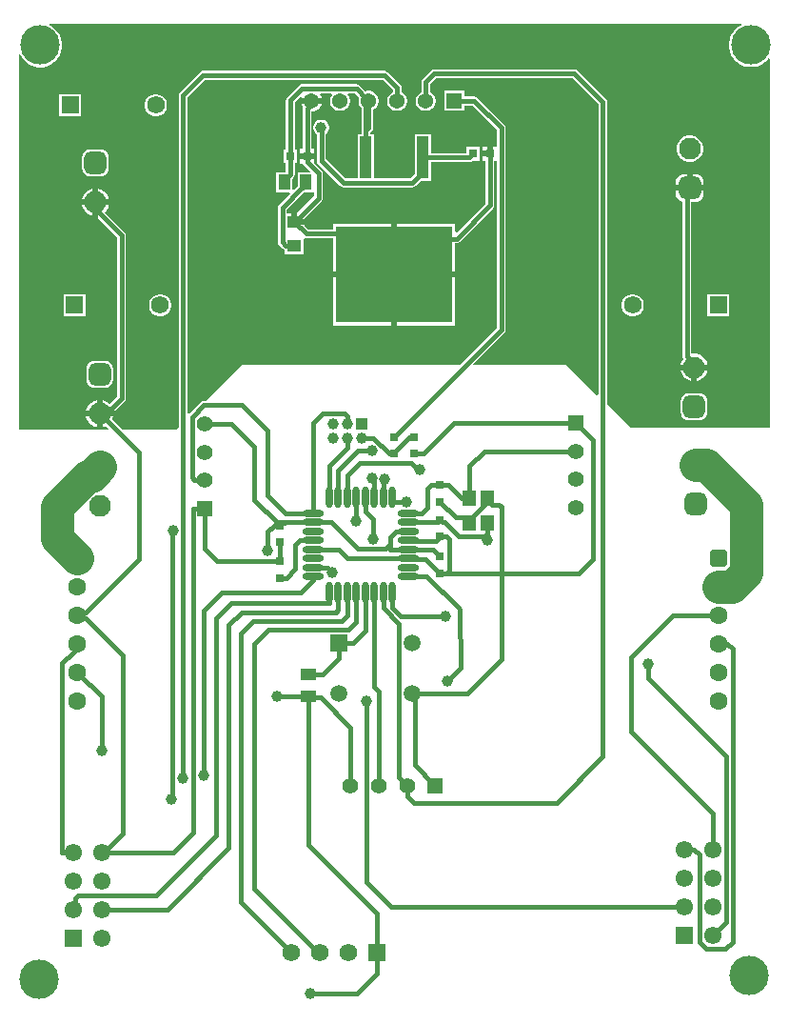
<source format=gtl>
G04*
G04 #@! TF.GenerationSoftware,Altium Limited,Altium Designer,23.1.1 (15)*
G04*
G04 Layer_Physical_Order=1*
G04 Layer_Color=255*
%FSLAX44Y44*%
%MOMM*%
G71*
G04*
G04 #@! TF.SameCoordinates,DFD0DF4F-A88A-4072-B725-2B201FFE6AA2*
G04*
G04*
G04 #@! TF.FilePolarity,Positive*
G04*
G01*
G75*
%ADD17R,1.0200X3.7400*%
%ADD18R,1.0100X1.3800*%
%ADD19R,1.1500X1.4000*%
%ADD20R,0.8000X0.8000*%
%ADD21R,1.3000X1.1000*%
%ADD22R,0.8000X0.8000*%
%ADD23O,0.6000X1.9500*%
%ADD24O,1.9500X0.6000*%
%ADD25R,1.3800X1.0100*%
%ADD36R,1.4000X1.4000*%
%ADD37C,1.4000*%
%ADD38R,1.5700X1.5700*%
%ADD39C,1.5700*%
%ADD52R,1.4000X1.4000*%
%ADD57R,10.3700X8.5600*%
%ADD58C,3.0000*%
%ADD59C,0.3810*%
%ADD60C,1.5500*%
%ADD61R,1.5500X1.5500*%
%ADD62C,1.3700*%
%ADD63R,1.3700X1.3700*%
%ADD64C,1.4980*%
%ADD65R,1.4980X1.4980*%
%ADD66C,1.5800*%
%ADD67R,1.5800X1.5800*%
%ADD68C,1.6000*%
G04:AMPARAMS|DCode=69|XSize=1.6mm|YSize=1.6mm|CornerRadius=0.4mm|HoleSize=0mm|Usage=FLASHONLY|Rotation=270.000|XOffset=0mm|YOffset=0mm|HoleType=Round|Shape=RoundedRectangle|*
%AMROUNDEDRECTD69*
21,1,1.6000,0.8000,0,0,270.0*
21,1,0.8000,1.6000,0,0,270.0*
1,1,0.8000,-0.4000,-0.4000*
1,1,0.8000,-0.4000,0.4000*
1,1,0.8000,0.4000,0.4000*
1,1,0.8000,0.4000,-0.4000*
%
%ADD69ROUNDEDRECTD69*%
%ADD70C,1.9500*%
G04:AMPARAMS|DCode=71|XSize=1.95mm|YSize=1.95mm|CornerRadius=0.4875mm|HoleSize=0mm|Usage=FLASHONLY|Rotation=270.000|XOffset=0mm|YOffset=0mm|HoleType=Round|Shape=RoundedRectangle|*
%AMROUNDEDRECTD71*
21,1,1.9500,0.9750,0,0,270.0*
21,1,0.9750,1.9500,0,0,270.0*
1,1,0.9750,-0.4875,-0.4875*
1,1,0.9750,-0.4875,0.4875*
1,1,0.9750,0.4875,0.4875*
1,1,0.9750,0.4875,-0.4875*
%
%ADD71ROUNDEDRECTD71*%
%ADD72C,3.5000*%
%ADD73R,1.0000X1.0000*%
%ADD74C,1.0000*%
%ADD75C,1.2700*%
G36*
X876584Y1090930D02*
X875608Y1090526D01*
X872409Y1088388D01*
X869688Y1085667D01*
X867551Y1082468D01*
X866078Y1078914D01*
X865328Y1075140D01*
Y1071293D01*
X866078Y1067519D01*
X867551Y1063965D01*
X869688Y1060766D01*
X872409Y1058045D01*
X875608Y1055908D01*
X879163Y1054435D01*
X882936Y1053685D01*
X886784D01*
X890557Y1054435D01*
X894112Y1055908D01*
X897311Y1058045D01*
X900031Y1060766D01*
X900485Y1061444D01*
X901700Y1061075D01*
Y1050189D01*
Y1041920D01*
Y1029074D01*
Y1017014D01*
Y1005407D01*
Y1000706D01*
Y990578D01*
Y976602D01*
Y960774D01*
Y954485D01*
Y934798D01*
Y932573D01*
Y921440D01*
X901700Y902090D01*
Y887478D01*
Y851942D01*
Y823980D01*
Y821963D01*
Y791678D01*
Y732790D01*
X778510D01*
X757124Y753497D01*
Y1022350D01*
X756819Y1023886D01*
X755948Y1025188D01*
X730548Y1050588D01*
X729246Y1051459D01*
X727710Y1051764D01*
X602996D01*
X601460Y1051459D01*
X600158Y1050588D01*
X592792Y1043222D01*
X591921Y1041920D01*
X591616Y1040384D01*
Y1031559D01*
X590176Y1030727D01*
X588523Y1029074D01*
X587353Y1027048D01*
X586748Y1024789D01*
Y1022451D01*
X587353Y1020192D01*
X588523Y1018166D01*
X590176Y1016513D01*
X592202Y1015343D01*
X594461Y1014738D01*
X596799D01*
X599058Y1015343D01*
X601084Y1016513D01*
X602737Y1018166D01*
X603907Y1020192D01*
X604512Y1022451D01*
Y1024789D01*
X603907Y1027048D01*
X602737Y1029074D01*
X601084Y1030727D01*
X599644Y1031559D01*
Y1038721D01*
X604659Y1043736D01*
X726047D01*
X749096Y1020687D01*
Y762898D01*
X747926Y762403D01*
X720798Y788670D01*
X638646D01*
X638160Y789843D01*
X665778Y817462D01*
X666649Y818764D01*
X666954Y820300D01*
Y999490D01*
X666649Y1001026D01*
X665778Y1002328D01*
X641648Y1026458D01*
X640346Y1027329D01*
X638810Y1027634D01*
X629912D01*
Y1032502D01*
X612148D01*
Y1014738D01*
X629912D01*
Y1019606D01*
X637147D01*
X658926Y997827D01*
Y983170D01*
X655320D01*
Y976630D01*
X652780D01*
Y974090D01*
X646240D01*
Y970090D01*
X648766D01*
Y932573D01*
X623253Y907060D01*
X622080Y907546D01*
Y914660D01*
X570230D01*
Y871860D01*
X622080D01*
Y897139D01*
X623023D01*
X624560Y897445D01*
X625862Y898315D01*
X655618Y928072D01*
X656489Y929374D01*
X656794Y930910D01*
Y970090D01*
X658926D01*
Y821963D01*
X625633Y788670D01*
X432374D01*
X399810Y757124D01*
X398272D01*
X396736Y756819D01*
X395434Y755948D01*
X385060Y745575D01*
X383898Y745956D01*
X383790Y746040D01*
Y1027083D01*
X399173Y1042466D01*
X557446D01*
X566216Y1033696D01*
Y1031559D01*
X564776Y1030727D01*
X563123Y1029074D01*
X561953Y1027048D01*
X561348Y1024789D01*
Y1022451D01*
X561953Y1020192D01*
X563123Y1018166D01*
X564776Y1016513D01*
X566802Y1015343D01*
X569061Y1014738D01*
X571399D01*
X573658Y1015343D01*
X575684Y1016513D01*
X577337Y1018166D01*
X578507Y1020192D01*
X579112Y1022451D01*
Y1024789D01*
X578507Y1027048D01*
X577337Y1029074D01*
X575684Y1030727D01*
X574244Y1031559D01*
Y1035358D01*
X573939Y1036895D01*
X573068Y1038197D01*
X561947Y1049318D01*
X560644Y1050189D01*
X559108Y1050494D01*
X397510D01*
X395974Y1050189D01*
X394672Y1049318D01*
X376937Y1031584D01*
X376067Y1030282D01*
X375762Y1028746D01*
Y733827D01*
X373380Y731520D01*
X325717D01*
X316751Y740486D01*
X317063Y741026D01*
X317653Y743230D01*
X308150D01*
Y733727D01*
X310354Y734317D01*
X311122Y734761D01*
X313190Y732693D01*
X312704Y731520D01*
X233680D01*
Y1064782D01*
X234950Y1065035D01*
X235421Y1063898D01*
X237558Y1060699D01*
X240279Y1057979D01*
X243478Y1055841D01*
X247033Y1054369D01*
X250806Y1053618D01*
X254654D01*
X258427Y1054369D01*
X261982Y1055841D01*
X265181Y1057979D01*
X267901Y1060699D01*
X270039Y1063898D01*
X271511Y1067453D01*
X272262Y1071226D01*
Y1075074D01*
X271511Y1078847D01*
X270039Y1082402D01*
X267901Y1085601D01*
X265181Y1088322D01*
X261982Y1090459D01*
X260845Y1090930D01*
X261098Y1092200D01*
X876332D01*
X876584Y1090930D01*
D02*
G37*
%LPC*%
G36*
X356908Y1029742D02*
X354292D01*
X351766Y1029065D01*
X349502Y1027758D01*
X347652Y1025908D01*
X346345Y1023644D01*
X345668Y1021118D01*
Y1018502D01*
X346345Y1015976D01*
X347652Y1013712D01*
X349502Y1011862D01*
X351766Y1010555D01*
X354292Y1009878D01*
X356908D01*
X359434Y1010555D01*
X361698Y1011862D01*
X363548Y1013712D01*
X364855Y1015976D01*
X365532Y1018502D01*
Y1021118D01*
X364855Y1023644D01*
X363548Y1025908D01*
X361698Y1027758D01*
X359434Y1029065D01*
X356908Y1029742D01*
D02*
G37*
G36*
X289332D02*
X269468D01*
Y1009878D01*
X289332D01*
Y1029742D01*
D02*
G37*
G36*
X650240Y983170D02*
X646240D01*
Y979170D01*
X650240D01*
Y983170D01*
D02*
G37*
G36*
X503071Y1021080D02*
X494030D01*
X484989D01*
X485280Y1019996D01*
X486320Y1018193D01*
X486086Y1017014D01*
Y980884D01*
X483560D01*
Y976884D01*
X490100D01*
X496640D01*
Y980884D01*
X494114D01*
Y1014230D01*
X495266D01*
X497654Y1014870D01*
X499796Y1016106D01*
X501544Y1017854D01*
X502780Y1019996D01*
X503071Y1021080D01*
D02*
G37*
G36*
X832131Y992932D02*
X829029D01*
X826032Y992129D01*
X823346Y990578D01*
X821152Y988384D01*
X819601Y985698D01*
X818798Y982701D01*
Y979599D01*
X819601Y976602D01*
X821152Y973916D01*
X823346Y971722D01*
X826032Y970171D01*
X829029Y969368D01*
X832131D01*
X835128Y970171D01*
X837814Y971722D01*
X840008Y973916D01*
X841559Y976602D01*
X842362Y979599D01*
Y982701D01*
X841559Y985698D01*
X840008Y988384D01*
X837814Y990578D01*
X835128Y992129D01*
X832131Y992932D01*
D02*
G37*
G36*
X306675Y980572D02*
X296925D01*
X295122Y980334D01*
X293442Y979638D01*
X291999Y978531D01*
X290892Y977088D01*
X290196Y975408D01*
X289959Y973605D01*
Y963855D01*
X290196Y962052D01*
X290892Y960372D01*
X291999Y958929D01*
X293442Y957822D01*
X295122Y957126D01*
X296925Y956889D01*
X306675D01*
X308478Y957126D01*
X310159Y957822D01*
X311601Y958929D01*
X312708Y960372D01*
X313405Y962052D01*
X313642Y963855D01*
Y973605D01*
X313405Y975408D01*
X312708Y977088D01*
X311601Y978531D01*
X310159Y979638D01*
X308478Y980334D01*
X306675Y980572D01*
D02*
G37*
G36*
X534043Y1038421D02*
X485379D01*
X483843Y1038115D01*
X482540Y1037245D01*
X472262Y1026966D01*
X471391Y1025664D01*
X471086Y1024128D01*
Y980376D01*
X469068D01*
Y968312D01*
X471086D01*
Y960162D01*
X462868D01*
Y942298D01*
X474460D01*
X474946Y941125D01*
X465284Y931462D01*
X464413Y930160D01*
X464108Y928624D01*
Y898144D01*
X464413Y896608D01*
X465284Y895306D01*
X468417Y892172D01*
X469720Y891302D01*
X470258Y891195D01*
Y887478D01*
X487322D01*
Y900679D01*
X488592Y901635D01*
X489290Y901496D01*
X513300D01*
Y871860D01*
X565150D01*
Y914660D01*
X513300D01*
Y909524D01*
X490953D01*
X487830Y912647D01*
Y913470D01*
X478790D01*
Y916010D01*
X476250D01*
Y924050D01*
X472136D01*
Y926961D01*
X487473Y942298D01*
X496032D01*
X496366Y941166D01*
Y939263D01*
X481330Y924227D01*
Y918550D01*
X487830D01*
Y919373D01*
X503218Y934761D01*
X504089Y936064D01*
X504394Y937600D01*
Y959238D01*
X504089Y960774D01*
X503218Y962076D01*
X496640Y968655D01*
Y971804D01*
X490100D01*
X483560D01*
Y967804D01*
X486510D01*
X487262Y966680D01*
X492606Y961335D01*
X492120Y960162D01*
X481868D01*
Y948047D01*
X478205Y944384D01*
X477032Y944870D01*
Y954485D01*
X477938Y955392D01*
X478809Y956694D01*
X479114Y958230D01*
Y968312D01*
X481132D01*
Y980376D01*
X479114D01*
Y1022465D01*
X483991Y1027343D01*
X485130Y1026685D01*
X484989Y1026160D01*
X494030D01*
X503071D01*
X502780Y1027244D01*
X501696Y1029123D01*
X502159Y1030393D01*
X511982D01*
X512468Y1029219D01*
X512323Y1029074D01*
X511153Y1027048D01*
X510548Y1024789D01*
Y1022451D01*
X511153Y1020192D01*
X512323Y1018166D01*
X513976Y1016513D01*
X516002Y1015343D01*
X518261Y1014738D01*
X520599D01*
X522858Y1015343D01*
X524884Y1016513D01*
X526537Y1018166D01*
X527707Y1020192D01*
X528312Y1022451D01*
Y1024789D01*
X527707Y1027048D01*
X526537Y1029074D01*
X526392Y1029219D01*
X526878Y1030393D01*
X532380D01*
X536378Y1026395D01*
X535948Y1024789D01*
Y1022451D01*
X536553Y1020192D01*
X537723Y1018166D01*
X538276Y1017613D01*
Y997204D01*
Y994152D01*
X535158D01*
Y954797D01*
X524080D01*
X506934Y971943D01*
Y994146D01*
X506947Y994153D01*
X508257Y995463D01*
X509182Y997066D01*
X509662Y998855D01*
Y1000706D01*
X509182Y1002495D01*
X508257Y1004098D01*
X506947Y1005407D01*
X505344Y1006333D01*
X503555Y1006812D01*
X501704D01*
X499915Y1006333D01*
X498312Y1005407D01*
X497003Y1004098D01*
X496077Y1002495D01*
X495598Y1000706D01*
Y998855D01*
X496077Y997066D01*
X497003Y995463D01*
X498312Y994153D01*
X498906Y993810D01*
Y970280D01*
X499211Y968744D01*
X500082Y967442D01*
X519579Y947944D01*
X520881Y947074D01*
X522417Y946769D01*
X583753D01*
X585289Y947074D01*
X586591Y947944D01*
X591335Y952688D01*
X600222D01*
Y969406D01*
X634570D01*
X636106Y969711D01*
X637408Y970582D01*
X637425Y970598D01*
X643812D01*
Y982662D01*
X631748D01*
Y977434D01*
X600222D01*
Y994152D01*
X585958D01*
Y958665D01*
X582090Y954797D01*
X549422D01*
Y994152D01*
X546304D01*
Y995541D01*
X547668Y996906D01*
X548539Y998208D01*
X548844Y999744D01*
Y1015682D01*
X550284Y1016513D01*
X551937Y1018166D01*
X553107Y1020192D01*
X553712Y1022451D01*
Y1024789D01*
X553107Y1027048D01*
X551937Y1029074D01*
X550284Y1030727D01*
X548258Y1031897D01*
X545999Y1032502D01*
X543661D01*
X542055Y1032072D01*
X536882Y1037245D01*
X535579Y1038115D01*
X534043Y1038421D01*
D02*
G37*
G36*
X835455Y958504D02*
X833120D01*
Y948690D01*
X842934D01*
Y951025D01*
X842679Y952961D01*
X841932Y954764D01*
X840743Y956313D01*
X839194Y957502D01*
X837391Y958249D01*
X835455Y958504D01*
D02*
G37*
G36*
X828040D02*
X825705D01*
X823769Y958249D01*
X821965Y957502D01*
X820417Y956313D01*
X819228Y954764D01*
X818481Y952961D01*
X818226Y951025D01*
Y948690D01*
X828040D01*
Y958504D01*
D02*
G37*
G36*
X304340Y945773D02*
Y936270D01*
X313843D01*
X313253Y938474D01*
X311635Y941276D01*
X309347Y943564D01*
X306544Y945182D01*
X304340Y945773D01*
D02*
G37*
G36*
X299260D02*
X297057Y945182D01*
X294254Y943564D01*
X291966Y941276D01*
X290348Y938474D01*
X289757Y936270D01*
X299260D01*
Y945773D01*
D02*
G37*
G36*
Y931190D02*
X289757D01*
X290348Y928986D01*
X291966Y926184D01*
X294254Y923895D01*
X297057Y922278D01*
X299260Y921687D01*
Y931190D01*
D02*
G37*
G36*
X865912Y851942D02*
X846048D01*
Y832078D01*
X865912D01*
Y851942D01*
D02*
G37*
G36*
X781088D02*
X778472D01*
X775946Y851265D01*
X773682Y849958D01*
X771832Y848108D01*
X770525Y845844D01*
X769848Y843318D01*
Y840702D01*
X770525Y838176D01*
X771832Y835912D01*
X773682Y834062D01*
X775946Y832755D01*
X778472Y832078D01*
X781088D01*
X783614Y832755D01*
X785878Y834062D01*
X787728Y835912D01*
X789035Y838176D01*
X789712Y840702D01*
Y843318D01*
X789035Y845844D01*
X787728Y848108D01*
X785878Y849958D01*
X783614Y851265D01*
X781088Y851942D01*
D02*
G37*
G36*
X360718D02*
X358102D01*
X355576Y851265D01*
X353312Y849958D01*
X351462Y848108D01*
X350155Y845844D01*
X349478Y843318D01*
Y840702D01*
X350155Y838176D01*
X351462Y835912D01*
X353312Y834062D01*
X355576Y832755D01*
X358102Y832078D01*
X360718D01*
X363244Y832755D01*
X365508Y834062D01*
X367358Y835912D01*
X368665Y838176D01*
X369342Y840702D01*
Y843318D01*
X368665Y845844D01*
X367358Y848108D01*
X365508Y849958D01*
X363244Y851265D01*
X360718Y851942D01*
D02*
G37*
G36*
X293142D02*
X273278D01*
Y832078D01*
X293142D01*
Y851942D01*
D02*
G37*
G36*
X622080Y866780D02*
X570230D01*
Y823980D01*
X622080D01*
Y866780D01*
D02*
G37*
G36*
X565150D02*
X513300D01*
Y823980D01*
X565150D01*
Y866780D01*
D02*
G37*
G36*
X842934Y943610D02*
X830580D01*
X818226D01*
Y941275D01*
X818481Y939339D01*
X819228Y937535D01*
X820417Y935987D01*
X821965Y934798D01*
X823769Y934051D01*
X824026Y934017D01*
Y796917D01*
X824331Y795381D01*
X824819Y794650D01*
X824556Y794386D01*
X822937Y791584D01*
X822347Y789380D01*
X834390D01*
X846433D01*
X845843Y791584D01*
X844224Y794386D01*
X841936Y796675D01*
X839134Y798293D01*
X836008Y799130D01*
X832772D01*
X832054Y799681D01*
Y933796D01*
X835455D01*
X837391Y934051D01*
X839194Y934798D01*
X840743Y935987D01*
X841932Y937535D01*
X842679Y939339D01*
X842934Y941275D01*
Y943610D01*
D02*
G37*
G36*
X846433Y784300D02*
X836930D01*
Y774797D01*
X839134Y775388D01*
X841936Y777006D01*
X844224Y779294D01*
X845843Y782096D01*
X846433Y784300D01*
D02*
G37*
G36*
X831850D02*
X822347D01*
X822937Y782096D01*
X824556Y779294D01*
X826844Y777006D01*
X829646Y775388D01*
X831850Y774797D01*
Y784300D01*
D02*
G37*
G36*
X310485Y792612D02*
X300735D01*
X298932Y792374D01*
X297252Y791678D01*
X295809Y790571D01*
X294702Y789128D01*
X294006Y787448D01*
X293769Y785645D01*
Y775895D01*
X294006Y774092D01*
X294702Y772412D01*
X295809Y770969D01*
X297252Y769862D01*
X298932Y769166D01*
X300735Y768929D01*
X310485D01*
X312288Y769166D01*
X313969Y769862D01*
X315411Y770969D01*
X316518Y772412D01*
X317215Y774092D01*
X317452Y775895D01*
Y785645D01*
X317215Y787448D01*
X316518Y789128D01*
X315411Y790571D01*
X313969Y791678D01*
X312288Y792374D01*
X310485Y792612D01*
D02*
G37*
G36*
X313843Y931190D02*
X304340D01*
Y919246D01*
X321106Y902481D01*
Y761123D01*
X314372Y754389D01*
X313157Y755604D01*
X310354Y757222D01*
X308150Y757813D01*
Y748310D01*
X319647D01*
X327958Y756622D01*
X328829Y757924D01*
X329134Y759460D01*
Y904143D01*
X328829Y905679D01*
X327958Y906982D01*
X310196Y924745D01*
X311635Y926184D01*
X313253Y928986D01*
X313843Y931190D01*
D02*
G37*
G36*
X303070Y757813D02*
X300867Y757222D01*
X298064Y755604D01*
X295776Y753316D01*
X294158Y750514D01*
X293567Y748310D01*
X303070D01*
Y757813D01*
D02*
G37*
G36*
X839265Y763682D02*
X829515D01*
X827712Y763444D01*
X826032Y762748D01*
X824589Y761641D01*
X823482Y760198D01*
X822786Y758518D01*
X822548Y756715D01*
Y746965D01*
X822786Y745162D01*
X823482Y743482D01*
X824589Y742039D01*
X826032Y740932D01*
X827712Y740236D01*
X829515Y739998D01*
X839265D01*
X841068Y740236D01*
X842748Y740932D01*
X844191Y742039D01*
X845298Y743482D01*
X845994Y745162D01*
X846232Y746965D01*
Y756715D01*
X845994Y758518D01*
X845298Y760198D01*
X844191Y761641D01*
X842748Y762748D01*
X841068Y763444D01*
X839265Y763682D01*
D02*
G37*
G36*
X303070Y743230D02*
X293567D01*
X294158Y741026D01*
X295776Y738224D01*
X298064Y735936D01*
X300867Y734317D01*
X303070Y733727D01*
Y743230D01*
D02*
G37*
%LPD*%
D17*
X542290Y973420D02*
D03*
X593090D02*
D03*
D18*
X469950Y951230D02*
D03*
X488950D02*
D03*
D19*
X634620Y670130D02*
D03*
Y648130D02*
D03*
X650620D02*
D03*
Y670130D02*
D03*
D20*
X652780Y976630D02*
D03*
X637780D02*
D03*
X490100Y974344D02*
D03*
X475100D02*
D03*
D21*
X478790Y916010D02*
D03*
Y895010D02*
D03*
D22*
X567690Y725050D02*
D03*
Y710050D02*
D03*
X585470Y709930D02*
D03*
Y724930D02*
D03*
X608330Y666990D02*
D03*
Y681990D02*
D03*
Y636270D02*
D03*
Y651270D02*
D03*
X466090Y631310D02*
D03*
Y646310D02*
D03*
X608330Y603490D02*
D03*
Y618490D02*
D03*
X466090Y614560D02*
D03*
Y599560D02*
D03*
D23*
X565890Y586470D02*
D03*
X557890D02*
D03*
X549890D02*
D03*
X541890D02*
D03*
X533890D02*
D03*
X525890D02*
D03*
X517890D02*
D03*
X509890D02*
D03*
Y671470D02*
D03*
X517890D02*
D03*
X525890D02*
D03*
X533890D02*
D03*
X541890D02*
D03*
X549890D02*
D03*
X557890D02*
D03*
X565890D02*
D03*
D24*
X495390Y600970D02*
D03*
Y608970D02*
D03*
Y616970D02*
D03*
Y624970D02*
D03*
Y632970D02*
D03*
Y640970D02*
D03*
Y648970D02*
D03*
Y656970D02*
D03*
X580390D02*
D03*
Y648970D02*
D03*
Y640970D02*
D03*
Y632970D02*
D03*
Y624970D02*
D03*
Y616970D02*
D03*
Y608970D02*
D03*
Y600970D02*
D03*
D25*
X491490Y513690D02*
D03*
Y494690D02*
D03*
D36*
X603920Y415120D02*
D03*
D37*
X578920D02*
D03*
X553920D02*
D03*
X528920D02*
D03*
X728980Y662070D02*
D03*
Y687070D02*
D03*
Y712070D02*
D03*
X398780Y686600D02*
D03*
Y711600D02*
D03*
Y736600D02*
D03*
D38*
X552450Y266700D02*
D03*
D39*
X527050D02*
D03*
X501650D02*
D03*
X476250D02*
D03*
D52*
X728980Y737070D02*
D03*
X398780Y661600D02*
D03*
D57*
X567690Y869320D02*
D03*
D58*
X835660Y700480D02*
X845110D01*
X881012Y664578D01*
Y604508D02*
Y664578D01*
X297852Y690282D02*
X306070Y698500D01*
X267970Y635000D02*
Y663275D01*
X294977Y690282D01*
X297852D01*
X267970Y635000D02*
X285750Y617220D01*
X868324Y591820D02*
X881012Y604508D01*
X855980Y591820D02*
X868324D01*
D59*
X397811Y570531D02*
X414020Y586740D01*
X397811Y424180D02*
Y570531D01*
X379776Y421801D02*
Y1028746D01*
Y421801D02*
X379937Y421640D01*
X370181Y403201D02*
Y640739D01*
X370793Y641350D01*
X369570Y402590D02*
X370181Y403201D01*
X307340Y445770D02*
Y494030D01*
X285750Y515620D02*
X307340Y494030D01*
X408987Y563927D02*
X422402Y577342D01*
X408987Y370887D02*
Y563927D01*
X355600Y317500D02*
X408987Y370887D01*
X379776Y1028746D02*
X397510Y1046480D01*
X492760Y229870D02*
X534670D01*
X552450Y247650D01*
X491490Y361950D02*
X552450Y300990D01*
Y266700D02*
Y300990D01*
X491490Y361950D02*
Y494690D01*
X542290Y997204D02*
Y1026160D01*
X463296Y648970D02*
X470417D01*
X272288Y355600D02*
Y523748D01*
X475100Y974344D02*
Y1024128D01*
Y958230D02*
Y974344D01*
X552450Y247650D02*
Y266700D01*
X492373Y493807D02*
X501873D01*
X491490Y494690D02*
X492373Y493807D01*
X463042Y494690D02*
X491490D01*
X443230Y323208D02*
Y541020D01*
X499738Y266700D02*
X501650D01*
X443230Y323208D02*
X499738Y266700D01*
X431323Y311627D02*
X476250Y266700D01*
X542290Y997204D02*
X544830Y999744D01*
Y1023620D01*
X542290Y973420D02*
Y997204D01*
X634570Y973420D02*
X637780Y976630D01*
X593090Y973420D02*
X634570D01*
X293162Y568753D02*
X340360Y615950D01*
Y711200D01*
X285750Y566420D02*
X290830D01*
Y568201D01*
X291381Y568753D01*
X293162D01*
X310825Y740735D02*
X340360Y711200D01*
X778256Y529336D02*
X815340Y566420D01*
X778256Y462788D02*
Y529336D01*
X815340Y566420D02*
X855980D01*
X793750Y510540D02*
Y523240D01*
Y510540D02*
X862838Y441452D01*
Y293878D02*
Y441452D01*
X778256Y462788D02*
X850900Y390144D01*
X502920Y970280D02*
Y999490D01*
X502630Y999780D02*
X502920Y999490D01*
X583753Y950783D02*
X589595Y956625D01*
X522417Y950783D02*
X583753D01*
X593090Y959820D02*
Y973420D01*
X589895Y956625D02*
X593090Y959820D01*
X589595Y956625D02*
X589895D01*
X502920Y970280D02*
X522417Y950783D01*
X325120Y759460D02*
Y904143D01*
X304802Y924461D02*
X325120Y904143D01*
X304802Y924461D02*
Y932922D01*
X585817Y433223D02*
Y496367D01*
Y433223D02*
X603920Y415120D01*
X585817Y496367D02*
X586380Y496930D01*
X632820D01*
X583680D02*
X586380D01*
X578920Y405838D02*
Y415535D01*
X572008Y422447D02*
Y558800D01*
Y422447D02*
X578920Y415535D01*
X466090Y646310D02*
X468185Y648405D01*
X460636Y646310D02*
X466090D01*
X460636D02*
X463296Y648970D01*
X455168Y640842D02*
X460636Y646310D01*
X483385Y920605D02*
X500380Y937600D01*
X490100Y969518D02*
X500380Y959238D01*
Y937600D02*
Y959238D01*
X479790Y916010D02*
X483385Y919605D01*
Y920605D01*
X478790Y916010D02*
X479790D01*
X469950Y953080D02*
X475100Y958230D01*
X469950Y951230D02*
Y953080D01*
X454660Y673100D02*
Y730504D01*
Y673100D02*
X470790Y656970D01*
X432054Y753110D02*
X454660Y730504D01*
X470790Y656970D02*
X495390D01*
X443350Y668916D02*
X463296Y648970D01*
X443350Y668916D02*
Y715906D01*
X535225Y625555D02*
X559562D01*
X511810Y648970D02*
X535225Y625555D01*
X495390Y648970D02*
X511810D01*
X470417D02*
X495390D01*
X518030Y624970D02*
X526030Y616970D01*
X580390D01*
X495390Y624970D02*
X518030D01*
X565150Y307340D02*
X825500D01*
X542798Y329692D02*
X565150Y307340D01*
X542798Y329692D02*
Y490220D01*
X850900Y281940D02*
X862838Y293878D01*
X862330Y270002D02*
X868680Y276352D01*
X864108Y541020D02*
X868680Y536448D01*
Y276352D02*
Y536448D01*
X855980Y541020D02*
X864108D01*
X845312Y270002D02*
X862330D01*
X838962Y276352D02*
X845312Y270002D01*
X834390Y786840D02*
Y790567D01*
X828040Y796917D02*
Y943610D01*
Y796917D02*
X834390Y790567D01*
X828040Y943610D02*
X830580Y946150D01*
X305610Y745770D02*
X310825D01*
Y746739D01*
Y740735D02*
Y745770D01*
X307340Y356867D02*
X310893D01*
X455930Y553720D02*
X527050D01*
X533890Y560560D01*
X443230Y541020D02*
X455930Y553720D01*
X326390Y372364D02*
Y530860D01*
X293162Y564087D02*
X326390Y530860D01*
X310893Y356867D02*
X326390Y372364D01*
X315646Y749986D02*
X325120Y759460D01*
X310825Y746739D02*
X314072Y749986D01*
X315646D01*
X625839Y570246D02*
X626532Y521459D01*
X596640Y600970D02*
X624724Y572886D01*
X625817Y571793D01*
X580390Y600970D02*
X596640D01*
X625817Y571793D02*
X625839Y570246D01*
X614680Y508000D02*
X626532Y519852D01*
Y521459D01*
X548640Y634492D02*
Y652018D01*
X495390Y608970D02*
X507868D01*
X541890Y658768D02*
X548640Y652018D01*
X533890Y650222D02*
Y671470D01*
X507868Y608970D02*
X512064Y604774D01*
X541890Y658768D02*
Y671470D01*
X542575Y490443D02*
X542798Y490220D01*
X565890Y573180D02*
X573710Y565360D01*
X612996D01*
X285750Y537721D02*
Y541020D01*
X272288Y523748D02*
X281767Y533227D01*
Y533738D01*
X285750Y537721D01*
X290830Y564639D02*
X291381Y564087D01*
X293162D01*
X388874Y373634D02*
Y661600D01*
X310893Y355600D02*
X370840D01*
X388874Y373634D01*
X495554Y597408D02*
Y600970D01*
X422402Y577342D02*
X509890D01*
X565890Y667004D02*
X578151D01*
X495300Y656970D02*
Y737362D01*
X455168Y623570D02*
Y640842D01*
X272288Y355600D02*
X281940D01*
X838962Y276352D02*
Y353568D01*
X834390Y358140D02*
X838962Y353568D01*
X825500Y358140D02*
X834390D01*
X565890Y573180D02*
Y586470D01*
X549890Y671470D02*
Y686074D01*
X547624Y688340D02*
X549890Y686074D01*
X388874Y661600D02*
X398780D01*
X850900Y358140D02*
Y390144D01*
X580390Y624970D02*
X601850D01*
X563927D02*
X580390D01*
X650620Y668880D02*
Y670130D01*
Y667002D02*
Y668880D01*
X608330Y681990D02*
X615442D01*
X600710D02*
X608330D01*
X654465Y665035D02*
X660708D01*
X650620Y668880D02*
X654465Y665035D01*
X662940Y603490D02*
Y662803D01*
X660708Y665035D02*
X662940Y662803D01*
X744220Y616190D02*
Y721830D01*
X728980Y737070D02*
X744220Y721830D01*
X731520Y603490D02*
X744220Y616190D01*
X711962Y399542D02*
X753110Y440690D01*
Y1022350D01*
X727710Y1047750D02*
X753110Y1022350D01*
X490100Y1017014D02*
X494030Y1020944D01*
Y1023620D01*
X559108Y1046480D02*
X570230Y1035358D01*
X397510Y1046480D02*
X559108D01*
X585216Y399542D02*
X711962D01*
X307340Y355600D02*
Y356867D01*
X468185Y648405D02*
X469852D01*
X470417Y648970D01*
X536702Y701802D02*
X583033D01*
X525890Y690990D02*
X536702Y701802D01*
X525890Y671470D02*
Y690990D01*
X597450Y662220D02*
Y678730D01*
X600710Y681990D01*
X580390Y656970D02*
X592200D01*
X597450Y662220D01*
X580530Y632830D02*
X604890D01*
X608330Y636270D01*
X614172D01*
X595269Y616551D02*
X608330Y603490D01*
X580809Y616551D02*
X595269D01*
X601850Y624970D02*
X608330Y618490D01*
X580390Y616970D02*
X580809Y616551D01*
X634620Y649380D02*
Y651002D01*
X630775Y653225D02*
X634620Y649380D01*
X622095Y653225D02*
X630775D01*
X634620Y648130D02*
Y649380D01*
X608330Y666990D02*
X622095Y653225D01*
X533890Y560560D02*
Y586470D01*
X431323Y311627D02*
Y550703D01*
X286512Y317500D02*
X355600D01*
X283587Y306447D02*
Y314575D01*
X281940Y304800D02*
X283587Y306447D01*
Y314575D02*
X286512Y317500D01*
X307340Y304800D02*
X365760D01*
X420370Y359410D02*
Y557530D01*
X365760Y304800D02*
X420370Y359410D01*
Y557530D02*
X431800Y568960D01*
X509890Y577342D02*
Y586470D01*
X414020Y586740D02*
X484886D01*
X495390Y600970D02*
X495554D01*
X484886Y586740D02*
X495554Y597408D01*
X410076Y614560D02*
X466090D01*
X431800Y568960D02*
X515659D01*
X387604Y688848D02*
Y742442D01*
X389852Y686600D02*
X398780D01*
X387604Y688848D02*
X389852Y686600D01*
X387604Y742442D02*
X398272Y753110D01*
X431323Y550703D02*
X441960Y561340D01*
X528920Y415120D02*
Y466760D01*
X501873Y493807D02*
X528920Y466760D01*
X606785Y649175D02*
X608330Y651270D01*
X580390Y648970D02*
X606287D01*
X606785Y649175D01*
X602996Y1047750D02*
X727710D01*
X634620Y651002D02*
X650620Y667002D01*
X595630Y1040384D02*
X602996Y1047750D01*
X595630Y1023620D02*
Y1040384D01*
X485379Y1034407D02*
X534043D01*
X570230Y1023620D02*
Y1035358D01*
X475100Y1024128D02*
X485379Y1034407D01*
X534043D02*
X542290Y1026160D01*
X485805Y946235D02*
X488950Y949380D01*
Y951230D01*
X468122Y928624D02*
X485733Y946235D01*
X485805D01*
X468122Y898144D02*
Y928624D01*
X478790Y916010D02*
X489290Y905510D01*
X531500D02*
X567690Y869320D01*
X489290Y905510D02*
X531500D01*
X567690Y869320D02*
X599523Y901153D01*
X623023D02*
X652780Y930910D01*
X599523Y901153D02*
X623023D01*
X652780Y930910D02*
Y976630D01*
X662940Y820300D02*
Y999490D01*
X567690Y725050D02*
X662940Y820300D01*
X638810Y1023620D02*
X662940Y999490D01*
X593344Y709930D02*
X620484Y737070D01*
X728980D01*
X585470Y709930D02*
X593344D01*
X621030Y1023620D02*
X638810D01*
X565890Y667004D02*
Y671470D01*
X612697Y649175D02*
X624840Y637032D01*
X608330Y651270D02*
X610425Y649175D01*
X612697D01*
X614412Y603490D02*
X662940D01*
X632820Y496930D02*
X662940Y527050D01*
Y603490D01*
X731520D01*
X650620Y633476D02*
Y639444D01*
X441960Y561340D02*
X520573D01*
X525890Y566657D01*
X517890Y571192D02*
Y586470D01*
X515659Y568960D02*
X517890Y571192D01*
X583033Y701802D02*
X588875Y695960D01*
X590550D01*
X563927Y624970D02*
Y629920D01*
X559562Y625555D02*
X563927Y629920D01*
Y635937D01*
X608330Y603490D02*
X614412D01*
X483616Y632970D02*
X495390D01*
X479552Y628906D02*
X483616Y632970D01*
X479552Y607688D02*
Y628906D01*
X471424Y599560D02*
X479552Y607688D01*
X466090Y599560D02*
X471424D01*
X563927Y635937D02*
X568960Y640970D01*
X580390D01*
X398780Y736600D02*
X422656D01*
X443350Y715906D01*
X549890Y502632D02*
Y586470D01*
Y502632D02*
X553920Y498602D01*
Y415120D02*
Y498602D01*
X650620Y639444D02*
Y648130D01*
X648208Y637032D02*
X650620Y639444D01*
X624840Y637032D02*
X648208D01*
X509890Y671470D02*
Y699421D01*
X525780Y715311D01*
Y723900D01*
X490100Y969518D02*
Y1017014D01*
X398780Y625856D02*
X410076Y614560D01*
X398780Y625856D02*
Y661600D01*
X466090Y614560D02*
Y631310D01*
X614412Y603490D02*
X616458Y605536D01*
Y633984D01*
X614172Y636270D02*
X616458Y633984D01*
X557890Y685906D02*
X559054Y687070D01*
X557890Y671470D02*
Y685906D01*
X535178Y712724D02*
X547624D01*
X517890Y695436D02*
X535178Y712724D01*
X517890Y671470D02*
Y695436D01*
X471256Y895010D02*
X478790D01*
X468122Y898144D02*
X471256Y895010D01*
X541890Y552704D02*
Y586470D01*
X531116Y541930D02*
X541890Y552704D01*
X518680Y541930D02*
X531116D01*
X518680Y528320D02*
Y541930D01*
X504050Y513690D02*
X518680Y528320D01*
X491490Y513690D02*
X504050D01*
X538480Y723900D02*
X549148D01*
X562998Y710050D01*
X567690D01*
X581152Y724930D02*
X585470D01*
X567690Y711468D02*
X581152Y724930D01*
X567690Y710050D02*
Y711468D01*
X525890Y566657D02*
Y586470D01*
X578920Y405838D02*
X585216Y399542D01*
X557890Y572918D02*
X572008Y558800D01*
X557890Y572918D02*
Y586470D01*
X634620Y670130D02*
Y699008D01*
X647682Y712070D01*
X728980D01*
X627302Y670130D02*
X634620D01*
X615442Y681990D02*
X627302Y670130D01*
X525780Y736600D02*
Y743712D01*
X523494Y745998D02*
X525780Y743712D01*
X503936Y745998D02*
X523494D01*
X495300Y737362D02*
X503936Y745998D01*
X398272Y753110D02*
X432054D01*
D60*
X281940Y304800D02*
D03*
Y330200D02*
D03*
Y355600D02*
D03*
X307340Y279400D02*
D03*
Y304800D02*
D03*
Y330200D02*
D03*
Y355600D02*
D03*
X850900Y358140D02*
D03*
Y332740D02*
D03*
Y307340D02*
D03*
Y281940D02*
D03*
X825500Y358140D02*
D03*
Y332740D02*
D03*
Y307340D02*
D03*
D61*
X281940Y279400D02*
D03*
X825500Y281940D02*
D03*
D62*
X494030Y1023620D02*
D03*
X519430D02*
D03*
X544830D02*
D03*
X570230D02*
D03*
X595630D02*
D03*
D63*
X621030D02*
D03*
D64*
X583680Y496930D02*
D03*
X518680D02*
D03*
X583680Y541930D02*
D03*
D65*
X518680D02*
D03*
D66*
X779780Y842010D02*
D03*
X359410D02*
D03*
X355600Y1019810D02*
D03*
D67*
X855980Y842010D02*
D03*
X283210D02*
D03*
X279400Y1019810D02*
D03*
D68*
X285750Y490220D02*
D03*
Y515620D02*
D03*
Y566420D02*
D03*
Y591820D02*
D03*
Y541020D02*
D03*
X855980Y490220D02*
D03*
Y515620D02*
D03*
Y566420D02*
D03*
Y591820D02*
D03*
Y541020D02*
D03*
D69*
X285750Y617220D02*
D03*
X855980D02*
D03*
D70*
X306070Y663500D02*
D03*
X305610Y745770D02*
D03*
X834390Y786840D02*
D03*
X830580Y981150D02*
D03*
X301800Y933730D02*
D03*
X835660Y700480D02*
D03*
D71*
X306070Y698500D02*
D03*
X305610Y780770D02*
D03*
X834390Y751840D02*
D03*
X830580Y946150D02*
D03*
X301800Y968730D02*
D03*
X835660Y665480D02*
D03*
D72*
X883590Y246446D02*
D03*
X251460Y242570D02*
D03*
X884860Y1073216D02*
D03*
X252730Y1073150D02*
D03*
D73*
X538480Y736600D02*
D03*
D74*
Y723900D02*
D03*
X525780Y736600D02*
D03*
Y723900D02*
D03*
X513080Y736600D02*
D03*
Y723900D02*
D03*
X397811Y424180D02*
D03*
X379937Y421640D02*
D03*
X369570Y402590D02*
D03*
X307340Y445770D02*
D03*
X370793Y641350D02*
D03*
X492760Y229870D02*
D03*
X793750Y523240D02*
D03*
X502630Y999780D02*
D03*
X614680Y508000D02*
D03*
X548640Y634492D02*
D03*
X512064Y604774D02*
D03*
X533890Y650222D02*
D03*
X542575Y490443D02*
D03*
X612996Y565360D02*
D03*
X455168Y623570D02*
D03*
X463042Y494690D02*
D03*
X547624Y688340D02*
D03*
X578151Y667004D02*
D03*
X650620Y633476D02*
D03*
X590550Y695960D02*
D03*
X559054Y687070D02*
D03*
X547624Y712724D02*
D03*
D75*
X640000Y960001D02*
D03*
Y880001D02*
D03*
Y840001D02*
D03*
X620000Y960001D02*
D03*
X630000Y940001D02*
D03*
Y860001D02*
D03*
Y820000D02*
D03*
X620000Y800000D02*
D03*
X610000Y940001D02*
D03*
X600000Y800000D02*
D03*
X590000Y940001D02*
D03*
X580000Y800000D02*
D03*
X570000Y940001D02*
D03*
X560000Y800000D02*
D03*
X550000Y940001D02*
D03*
X540000Y800000D02*
D03*
X530000Y940001D02*
D03*
X520000Y800000D02*
D03*
X500000Y920001D02*
D03*
Y880001D02*
D03*
Y840001D02*
D03*
Y800000D02*
D03*
M02*

</source>
